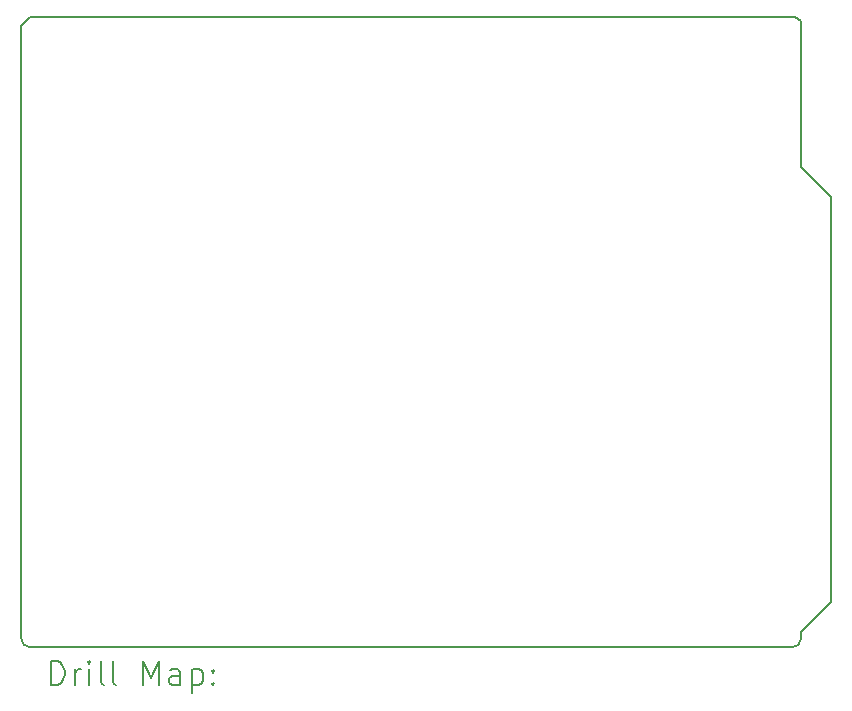
<source format=gbr>
%TF.GenerationSoftware,KiCad,Pcbnew,8.0.8*%
%TF.CreationDate,2025-01-31T17:17:07-07:00*%
%TF.ProjectId,Arduino_uno_Shield,41726475-696e-46f5-9f75-6e6f5f536869,rev?*%
%TF.SameCoordinates,Original*%
%TF.FileFunction,Drillmap*%
%TF.FilePolarity,Positive*%
%FSLAX45Y45*%
G04 Gerber Fmt 4.5, Leading zero omitted, Abs format (unit mm)*
G04 Created by KiCad (PCBNEW 8.0.8) date 2025-01-31 17:17:07*
%MOMM*%
%LPD*%
G01*
G04 APERTURE LIST*
%ADD10C,0.150000*%
%ADD11C,0.200000*%
G04 APERTURE END LIST*
D10*
X16600000Y-5936006D02*
X16858000Y-6190000D01*
X10000000Y-9923800D02*
X10000000Y-4742200D01*
X16550000Y-4666000D02*
X16600000Y-4700000D01*
X16858000Y-6190000D02*
X16858000Y-9619000D01*
X16527800Y-10000000D02*
X10076200Y-10000000D01*
X10076200Y-4666000D02*
X16550000Y-4666000D01*
X10076200Y-10000000D02*
G75*
G02*
X10000000Y-9923800I0J76200D01*
G01*
X16858000Y-9619000D02*
X16604000Y-9873000D01*
X10000000Y-4742200D02*
X10076200Y-4666000D01*
X16604000Y-9923800D02*
G75*
G02*
X16527800Y-10000000I-76200J0D01*
G01*
X16600000Y-4700000D02*
X16600000Y-5936006D01*
X16604000Y-9873000D02*
X16604000Y-9923800D01*
D11*
X10253277Y-10318984D02*
X10253277Y-10118984D01*
X10253277Y-10118984D02*
X10300896Y-10118984D01*
X10300896Y-10118984D02*
X10329467Y-10128508D01*
X10329467Y-10128508D02*
X10348515Y-10147555D01*
X10348515Y-10147555D02*
X10358039Y-10166603D01*
X10358039Y-10166603D02*
X10367563Y-10204698D01*
X10367563Y-10204698D02*
X10367563Y-10233270D01*
X10367563Y-10233270D02*
X10358039Y-10271365D01*
X10358039Y-10271365D02*
X10348515Y-10290412D01*
X10348515Y-10290412D02*
X10329467Y-10309460D01*
X10329467Y-10309460D02*
X10300896Y-10318984D01*
X10300896Y-10318984D02*
X10253277Y-10318984D01*
X10453277Y-10318984D02*
X10453277Y-10185650D01*
X10453277Y-10223746D02*
X10462801Y-10204698D01*
X10462801Y-10204698D02*
X10472324Y-10195174D01*
X10472324Y-10195174D02*
X10491372Y-10185650D01*
X10491372Y-10185650D02*
X10510420Y-10185650D01*
X10577086Y-10318984D02*
X10577086Y-10185650D01*
X10577086Y-10118984D02*
X10567563Y-10128508D01*
X10567563Y-10128508D02*
X10577086Y-10138031D01*
X10577086Y-10138031D02*
X10586610Y-10128508D01*
X10586610Y-10128508D02*
X10577086Y-10118984D01*
X10577086Y-10118984D02*
X10577086Y-10138031D01*
X10700896Y-10318984D02*
X10681848Y-10309460D01*
X10681848Y-10309460D02*
X10672324Y-10290412D01*
X10672324Y-10290412D02*
X10672324Y-10118984D01*
X10805658Y-10318984D02*
X10786610Y-10309460D01*
X10786610Y-10309460D02*
X10777086Y-10290412D01*
X10777086Y-10290412D02*
X10777086Y-10118984D01*
X11034229Y-10318984D02*
X11034229Y-10118984D01*
X11034229Y-10118984D02*
X11100896Y-10261841D01*
X11100896Y-10261841D02*
X11167563Y-10118984D01*
X11167563Y-10118984D02*
X11167563Y-10318984D01*
X11348515Y-10318984D02*
X11348515Y-10214222D01*
X11348515Y-10214222D02*
X11338991Y-10195174D01*
X11338991Y-10195174D02*
X11319943Y-10185650D01*
X11319943Y-10185650D02*
X11281848Y-10185650D01*
X11281848Y-10185650D02*
X11262801Y-10195174D01*
X11348515Y-10309460D02*
X11329467Y-10318984D01*
X11329467Y-10318984D02*
X11281848Y-10318984D01*
X11281848Y-10318984D02*
X11262801Y-10309460D01*
X11262801Y-10309460D02*
X11253277Y-10290412D01*
X11253277Y-10290412D02*
X11253277Y-10271365D01*
X11253277Y-10271365D02*
X11262801Y-10252317D01*
X11262801Y-10252317D02*
X11281848Y-10242793D01*
X11281848Y-10242793D02*
X11329467Y-10242793D01*
X11329467Y-10242793D02*
X11348515Y-10233270D01*
X11443753Y-10185650D02*
X11443753Y-10385650D01*
X11443753Y-10195174D02*
X11462801Y-10185650D01*
X11462801Y-10185650D02*
X11500896Y-10185650D01*
X11500896Y-10185650D02*
X11519943Y-10195174D01*
X11519943Y-10195174D02*
X11529467Y-10204698D01*
X11529467Y-10204698D02*
X11538991Y-10223746D01*
X11538991Y-10223746D02*
X11538991Y-10280889D01*
X11538991Y-10280889D02*
X11529467Y-10299936D01*
X11529467Y-10299936D02*
X11519943Y-10309460D01*
X11519943Y-10309460D02*
X11500896Y-10318984D01*
X11500896Y-10318984D02*
X11462801Y-10318984D01*
X11462801Y-10318984D02*
X11443753Y-10309460D01*
X11624705Y-10299936D02*
X11634229Y-10309460D01*
X11634229Y-10309460D02*
X11624705Y-10318984D01*
X11624705Y-10318984D02*
X11615182Y-10309460D01*
X11615182Y-10309460D02*
X11624705Y-10299936D01*
X11624705Y-10299936D02*
X11624705Y-10318984D01*
X11624705Y-10195174D02*
X11634229Y-10204698D01*
X11634229Y-10204698D02*
X11624705Y-10214222D01*
X11624705Y-10214222D02*
X11615182Y-10204698D01*
X11615182Y-10204698D02*
X11624705Y-10195174D01*
X11624705Y-10195174D02*
X11624705Y-10214222D01*
M02*

</source>
